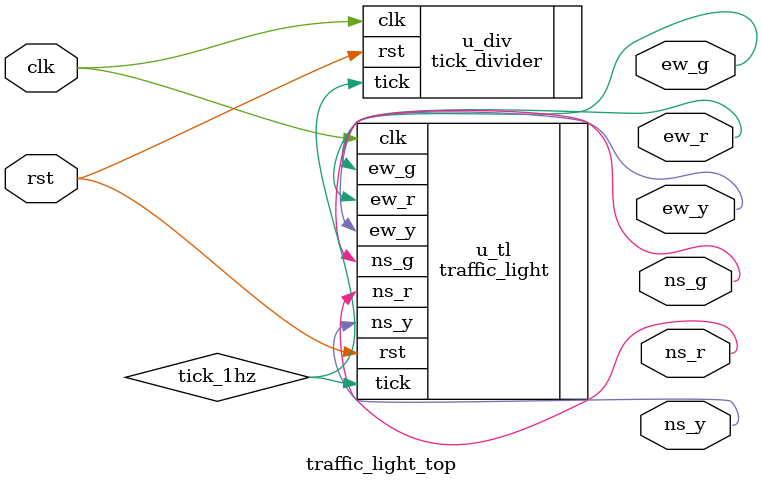
<source format=v>
`timescale 1ns/1ps
module traffic_light_top #(
    parameter integer CLK_FREQ_HZ = 50_000_000,
    parameter integer TICK_HZ     = 1
)(
    input  wire clk,
    input  wire rst,
    output wire ns_g, ns_y, ns_r,
    output wire ew_g, ew_y, ew_r
);
    wire tick_1hz;

    tick_divider #(
        .CLK_FREQ_HZ(CLK_FREQ_HZ),
        .TICK_HZ(TICK_HZ)
    ) u_div (
        .clk(clk),
        .rst(rst),
        .tick(tick_1hz)
    );

    traffic_light u_tl (
        .clk(clk),
        .rst(rst),
        .tick(tick_1hz),
        .ns_g(ns_g), .ns_y(ns_y), .ns_r(ns_r),
        .ew_g(ew_g), .ew_y(ew_y), .ew_r(ew_r)
    );

endmodule

</source>
